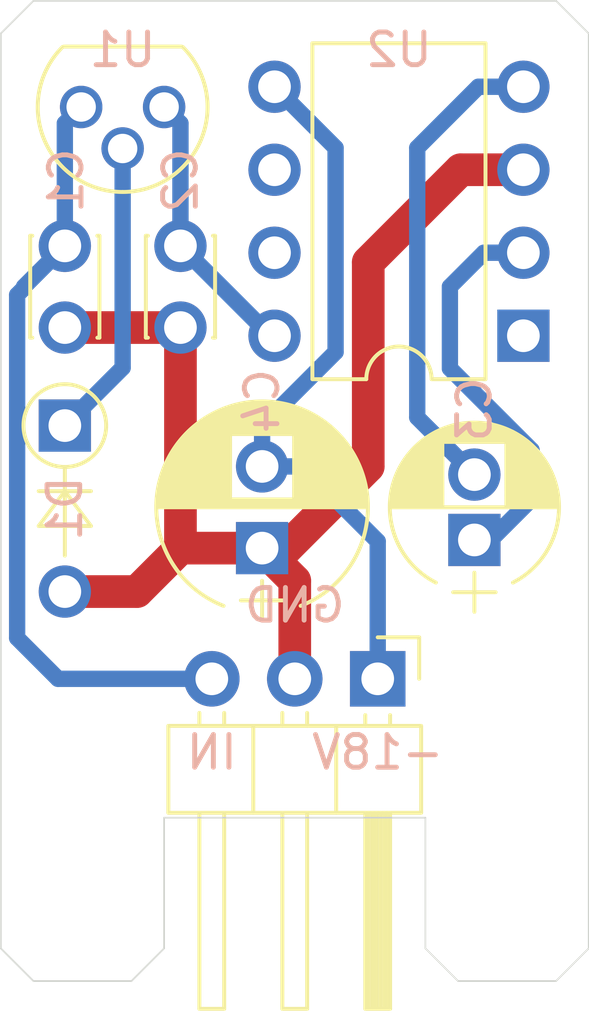
<source format=kicad_pcb>
(kicad_pcb (version 20171130) (host pcbnew "(5.1.7)-1")

  (general
    (thickness 1.6)
    (drawings 17)
    (tracks 44)
    (zones 0)
    (modules 8)
    (nets 11)
  )

  (page A4)
  (layers
    (0 F.Cu signal)
    (31 B.Cu signal)
    (32 B.Adhes user)
    (33 F.Adhes user)
    (34 B.Paste user)
    (35 F.Paste user)
    (36 B.SilkS user)
    (37 F.SilkS user)
    (38 B.Mask user)
    (39 F.Mask user)
    (40 Dwgs.User user)
    (41 Cmts.User user)
    (42 Eco1.User user)
    (43 Eco2.User user)
    (44 Edge.Cuts user)
    (45 Margin user)
    (46 B.CrtYd user)
    (47 F.CrtYd user)
    (48 B.Fab user hide)
    (49 F.Fab user hide)
  )

  (setup
    (last_trace_width 0.25)
    (user_trace_width 0.5)
    (user_trace_width 1)
    (trace_clearance 0.2)
    (zone_clearance 0.508)
    (zone_45_only no)
    (trace_min 0.2)
    (via_size 0.8)
    (via_drill 0.4)
    (via_min_size 0.4)
    (via_min_drill 0.3)
    (uvia_size 0.3)
    (uvia_drill 0.1)
    (uvias_allowed no)
    (uvia_min_size 0.2)
    (uvia_min_drill 0.1)
    (edge_width 0.05)
    (segment_width 0.2)
    (pcb_text_width 0.3)
    (pcb_text_size 1.5 1.5)
    (mod_edge_width 0.12)
    (mod_text_size 1 1)
    (mod_text_width 0.15)
    (pad_size 1.6 1.6)
    (pad_drill 1)
    (pad_to_mask_clearance 0)
    (aux_axis_origin 0 0)
    (visible_elements 7FFFFFFF)
    (pcbplotparams
      (layerselection 0x010fc_ffffffff)
      (usegerberextensions true)
      (usegerberattributes false)
      (usegerberadvancedattributes false)
      (creategerberjobfile false)
      (excludeedgelayer true)
      (linewidth 0.100000)
      (plotframeref false)
      (viasonmask false)
      (mode 1)
      (useauxorigin false)
      (hpglpennumber 1)
      (hpglpenspeed 20)
      (hpglpendiameter 15.000000)
      (psnegative false)
      (psa4output false)
      (plotreference true)
      (plotvalue false)
      (plotinvisibletext false)
      (padsonsilk false)
      (subtractmaskfromsilk true)
      (outputformat 1)
      (mirror false)
      (drillshape 0)
      (scaleselection 1)
      (outputdirectory "gerber"))
  )

  (net 0 "")
  (net 1 GND)
  (net 2 -18V)
  (net 3 +19V)
  (net 4 +35V)
  (net 5 "Net-(D1-Pad1)")
  (net 6 "Net-(C3-Pad1)")
  (net 7 "Net-(C3-Pad2)")
  (net 8 "Net-(U2-Pad1)")
  (net 9 "Net-(U2-Pad6)")
  (net 10 "Net-(U2-Pad7)")

  (net_class Default "This is the default net class."
    (clearance 0.2)
    (trace_width 0.25)
    (via_dia 0.8)
    (via_drill 0.4)
    (uvia_dia 0.3)
    (uvia_drill 0.1)
    (add_net +19V)
    (add_net +35V)
    (add_net -18V)
    (add_net GND)
    (add_net "Net-(C3-Pad1)")
    (add_net "Net-(C3-Pad2)")
    (add_net "Net-(D1-Pad1)")
    (add_net "Net-(U2-Pad1)")
    (add_net "Net-(U2-Pad6)")
    (add_net "Net-(U2-Pad7)")
  )

  (module Diodes_THT:D_DO-35_SOD27_P5.08mm_Vertical_AnodeUp (layer F.Cu) (tedit 618EC2C6) (tstamp 618EE0DE)
    (at 16.96 18 270)
    (descr "D, DO-35_SOD27 series, Axial, Vertical, pin pitch=5.08mm, , length*diameter=4*2mm^2, , http://www.diodes.com/_files/packages/DO-35.pdf")
    (tags "D DO-35_SOD27 series Axial Vertical pin pitch 5.08mm  length 4mm diameter 2mm")
    (path /618E9C93)
    (fp_text reference D1 (at 2.54 0 90) (layer B.SilkS)
      (effects (font (size 1 1) (thickness 0.15)) (justify mirror))
    )
    (fp_text value 4.3V (at 2.54 2.266371 90) (layer F.Fab)
      (effects (font (size 1 1) (thickness 0.15)))
    )
    (fp_line (start 0 0) (end 5.08 0) (layer F.Fab) (width 0.1))
    (fp_line (start 1.266371 0) (end 3.98 0) (layer F.SilkS) (width 0.12))
    (fp_line (start 2.006667 -0.8) (end 2.006667 0.8) (layer F.SilkS) (width 0.12))
    (fp_line (start 2.006667 0) (end 3.073333 -0.8) (layer F.SilkS) (width 0.12))
    (fp_line (start 3.073333 -0.8) (end 3.073333 0.8) (layer F.SilkS) (width 0.12))
    (fp_line (start 3.073333 0.8) (end 2.006667 0) (layer F.SilkS) (width 0.12))
    (fp_line (start -1.35 -1.55) (end -1.35 1.55) (layer F.CrtYd) (width 0.05))
    (fp_line (start -1.35 1.55) (end 6.2 1.55) (layer F.CrtYd) (width 0.05))
    (fp_line (start 6.2 1.55) (end 6.2 -1.55) (layer F.CrtYd) (width 0.05))
    (fp_line (start 6.2 -1.55) (end -1.35 -1.55) (layer F.CrtYd) (width 0.05))
    (fp_circle (center 0 0) (end 1 0) (layer F.Fab) (width 0.1))
    (fp_circle (center 0 0) (end 1.266371 0) (layer F.SilkS) (width 0.12))
    (fp_text user K (at -1.966371 0 90) (layer F.Fab)
      (effects (font (size 1 1) (thickness 0.15)))
    )
    (fp_text user %R (at 2.54 0 90) (layer F.Fab)
      (effects (font (size 1 1) (thickness 0.15)))
    )
    (pad 1 thru_hole rect (at 0 0 270) (size 1.6 1.6) (drill 1) (layers *.Cu *.Mask)
      (net 5 "Net-(D1-Pad1)"))
    (pad 2 thru_hole oval (at 5.08 0 270) (size 1.6 1.6) (drill 1) (layers *.Cu *.Mask)
      (net 1 GND))
    (model ${KISYS3DMOD}/Diodes_THT.3dshapes/D_DO-35_SOD27_P5.08mm_Vertical_AnodeUp.wrl
      (at (xyz 0 0 0))
      (scale (xyz 0.393701 0.393701 0.393701))
      (rotate (xyz 0 0 0))
    )
  )

  (module Capacitors_THT:C_Disc_D3.0mm_W2.0mm_P2.50mm (layer F.Cu) (tedit 618EC26D) (tstamp 618EE0DB)
    (at 20.5 12.5 270)
    (descr "C, Disc series, Radial, pin pitch=2.50mm, , diameter*width=3*2mm^2, Capacitor")
    (tags "C Disc series Radial pin pitch 2.50mm  diameter 3mm width 2mm Capacitor")
    (path /618FFC1F)
    (fp_text reference C2 (at -2 0 90) (layer B.SilkS)
      (effects (font (size 1 1) (thickness 0.15)) (justify mirror))
    )
    (fp_text value 100nF (at 1.25 2.31 90) (layer F.Fab)
      (effects (font (size 1 1) (thickness 0.15)))
    )
    (fp_line (start -0.25 -1) (end -0.25 1) (layer F.Fab) (width 0.1))
    (fp_line (start -0.25 1) (end 2.75 1) (layer F.Fab) (width 0.1))
    (fp_line (start 2.75 1) (end 2.75 -1) (layer F.Fab) (width 0.1))
    (fp_line (start 2.75 -1) (end -0.25 -1) (layer F.Fab) (width 0.1))
    (fp_line (start -0.31 -1.06) (end 2.81 -1.06) (layer F.SilkS) (width 0.12))
    (fp_line (start -0.31 1.06) (end 2.81 1.06) (layer F.SilkS) (width 0.12))
    (fp_line (start -0.31 -1.06) (end -0.31 -0.996) (layer F.SilkS) (width 0.12))
    (fp_line (start -0.31 0.996) (end -0.31 1.06) (layer F.SilkS) (width 0.12))
    (fp_line (start 2.81 -1.06) (end 2.81 -0.996) (layer F.SilkS) (width 0.12))
    (fp_line (start 2.81 0.996) (end 2.81 1.06) (layer F.SilkS) (width 0.12))
    (fp_line (start -1.05 -1.35) (end -1.05 1.35) (layer F.CrtYd) (width 0.05))
    (fp_line (start -1.05 1.35) (end 3.55 1.35) (layer F.CrtYd) (width 0.05))
    (fp_line (start 3.55 1.35) (end 3.55 -1.35) (layer F.CrtYd) (width 0.05))
    (fp_line (start 3.55 -1.35) (end -1.05 -1.35) (layer F.CrtYd) (width 0.05))
    (fp_text user %R (at 1.25 0 90) (layer F.Fab)
      (effects (font (size 1 1) (thickness 0.15)))
    )
    (pad 1 thru_hole circle (at 0 0 270) (size 1.6 1.6) (drill 1) (layers *.Cu *.Mask)
      (net 3 +19V))
    (pad 2 thru_hole circle (at 2.5 0 270) (size 1.6 1.6) (drill 1) (layers *.Cu *.Mask)
      (net 1 GND))
    (model ${KISYS3DMOD}/Capacitors_THT.3dshapes/C_Disc_D3.0mm_W2.0mm_P2.50mm.wrl
      (at (xyz 0 0 0))
      (scale (xyz 1 1 1))
      (rotate (xyz 0 0 0))
    )
  )

  (module Capacitors_THT:C_Disc_D3.0mm_W2.0mm_P2.50mm (layer F.Cu) (tedit 618EC275) (tstamp 618EE0D8)
    (at 16.96 12.5 270)
    (descr "C, Disc series, Radial, pin pitch=2.50mm, , diameter*width=3*2mm^2, Capacitor")
    (tags "C Disc series Radial pin pitch 2.50mm  diameter 3mm width 2mm Capacitor")
    (path /618FEB32)
    (fp_text reference C1 (at -2 -0.04 90) (layer B.SilkS)
      (effects (font (size 1 1) (thickness 0.15)) (justify mirror))
    )
    (fp_text value 330nF (at 1.25 2.31 90) (layer F.Fab)
      (effects (font (size 1 1) (thickness 0.15)))
    )
    (fp_line (start -0.25 -1) (end -0.25 1) (layer F.Fab) (width 0.1))
    (fp_line (start -0.25 1) (end 2.75 1) (layer F.Fab) (width 0.1))
    (fp_line (start 2.75 1) (end 2.75 -1) (layer F.Fab) (width 0.1))
    (fp_line (start 2.75 -1) (end -0.25 -1) (layer F.Fab) (width 0.1))
    (fp_line (start -0.31 -1.06) (end 2.81 -1.06) (layer F.SilkS) (width 0.12))
    (fp_line (start -0.31 1.06) (end 2.81 1.06) (layer F.SilkS) (width 0.12))
    (fp_line (start -0.31 -1.06) (end -0.31 -0.996) (layer F.SilkS) (width 0.12))
    (fp_line (start -0.31 0.996) (end -0.31 1.06) (layer F.SilkS) (width 0.12))
    (fp_line (start 2.81 -1.06) (end 2.81 -0.996) (layer F.SilkS) (width 0.12))
    (fp_line (start 2.81 0.996) (end 2.81 1.06) (layer F.SilkS) (width 0.12))
    (fp_line (start -1.05 -1.35) (end -1.05 1.35) (layer F.CrtYd) (width 0.05))
    (fp_line (start -1.05 1.35) (end 3.55 1.35) (layer F.CrtYd) (width 0.05))
    (fp_line (start 3.55 1.35) (end 3.55 -1.35) (layer F.CrtYd) (width 0.05))
    (fp_line (start 3.55 -1.35) (end -1.05 -1.35) (layer F.CrtYd) (width 0.05))
    (fp_text user %R (at 1.25 0 90) (layer F.Fab)
      (effects (font (size 1 1) (thickness 0.15)))
    )
    (pad 1 thru_hole circle (at 0 0 270) (size 1.6 1.6) (drill 1) (layers *.Cu *.Mask)
      (net 4 +35V))
    (pad 2 thru_hole circle (at 2.5 0 270) (size 1.6 1.6) (drill 1) (layers *.Cu *.Mask)
      (net 1 GND))
    (model ${KISYS3DMOD}/Capacitors_THT.3dshapes/C_Disc_D3.0mm_W2.0mm_P2.50mm.wrl
      (at (xyz 0 0 0))
      (scale (xyz 1 1 1))
      (rotate (xyz 0 0 0))
    )
  )

  (module TO_SOT_Packages_THT:TO-92_Molded_Narrow_Oval (layer F.Cu) (tedit 618EABC4) (tstamp 618EDA33)
    (at 20 8.25 180)
    (descr "TO-92 leads molded, narrow, oval pads, drill 0.8mm (see NXP sot054_po.pdf)")
    (tags "to-92 sc-43 sc-43a sot54 PA33 transistor")
    (path /618F1C95)
    (fp_text reference U1 (at 1.27 1.75) (layer B.SilkS)
      (effects (font (size 1 1) (thickness 0.15)) (justify mirror))
    )
    (fp_text value MC78L12_TO92 (at 0 3 180) (layer F.Fab)
      (effects (font (size 1 1) (thickness 0.15)))
    )
    (fp_line (start -0.53 1.85) (end 3.07 1.85) (layer F.SilkS) (width 0.12))
    (fp_line (start -0.5 1.75) (end 3 1.75) (layer F.Fab) (width 0.1))
    (fp_line (start -1.46 -2.73) (end 4 -2.73) (layer F.CrtYd) (width 0.05))
    (fp_line (start -1.46 -2.73) (end -1.46 2.01) (layer F.CrtYd) (width 0.05))
    (fp_line (start 4 2.01) (end 4 -2.73) (layer F.CrtYd) (width 0.05))
    (fp_line (start 4 2.01) (end -1.46 2.01) (layer F.CrtYd) (width 0.05))
    (fp_text user %R (at 0 -4) (layer F.Fab)
      (effects (font (size 1 1) (thickness 0.15)))
    )
    (fp_arc (start 1.27 0) (end 1.27 -2.48) (angle 135) (layer F.Fab) (width 0.1))
    (fp_arc (start 1.27 0) (end 1.27 -2.6) (angle -135) (layer F.SilkS) (width 0.12))
    (fp_arc (start 1.27 0) (end 1.27 -2.48) (angle -135) (layer F.Fab) (width 0.1))
    (fp_arc (start 1.27 0) (end 1.27 -2.6) (angle 135) (layer F.SilkS) (width 0.12))
    (pad 2 thru_hole oval (at 1.27 -1.27 270) (size 1.3 1.3) (drill 0.9) (layers *.Cu *.Mask)
      (net 5 "Net-(D1-Pad1)"))
    (pad 1 thru_hole circle (at 0 0 225) (size 1.3 1.3) (drill 0.9) (layers *.Cu *.Mask)
      (net 3 +19V))
    (pad 3 thru_hole oval (at 2.54 0 225) (size 1.3 1.3) (drill 0.9) (layers *.Cu *.Mask)
      (net 4 +35V))
    (model ${KISYS3DMOD}/TO_SOT_Packages_THT.3dshapes/TO-92_Molded_Narrow_Oval.wrl
      (offset (xyz 1.269999980926514 0 0))
      (scale (xyz 1 1 1))
      (rotate (xyz 0 0 -90))
    )
  )

  (module Capacitors_THT:CP_Radial_D6.3mm_P2.50mm (layer F.Cu) (tedit 618EC2D8) (tstamp 618DAD14)
    (at 23 21.75 90)
    (descr "CP, Radial series, Radial, pin pitch=2.50mm, , diameter=6.3mm, Electrolytic Capacitor")
    (tags "CP Radial series Radial pin pitch 2.50mm  diameter 6.3mm Electrolytic Capacitor")
    (path /618F63F8)
    (fp_text reference C4 (at 4.5 0 90) (layer B.SilkS)
      (effects (font (size 1 1) (thickness 0.15)) (justify mirror))
    )
    (fp_text value 100µF (at 1.25 4.46 90) (layer F.Fab)
      (effects (font (size 1 1) (thickness 0.15)))
    )
    (fp_line (start 4.75 -3.5) (end -2.25 -3.5) (layer F.CrtYd) (width 0.05))
    (fp_line (start 4.75 3.5) (end 4.75 -3.5) (layer F.CrtYd) (width 0.05))
    (fp_line (start -2.25 3.5) (end 4.75 3.5) (layer F.CrtYd) (width 0.05))
    (fp_line (start -2.25 -3.5) (end -2.25 3.5) (layer F.CrtYd) (width 0.05))
    (fp_line (start -1.6 -0.65) (end -1.6 0.65) (layer F.SilkS) (width 0.12))
    (fp_line (start -2.2 0) (end -1 0) (layer F.SilkS) (width 0.12))
    (fp_line (start 4.451 -0.468) (end 4.451 0.468) (layer F.SilkS) (width 0.12))
    (fp_line (start 4.411 -0.676) (end 4.411 0.676) (layer F.SilkS) (width 0.12))
    (fp_line (start 4.371 -0.834) (end 4.371 0.834) (layer F.SilkS) (width 0.12))
    (fp_line (start 4.331 -0.966) (end 4.331 0.966) (layer F.SilkS) (width 0.12))
    (fp_line (start 4.291 -1.081) (end 4.291 1.081) (layer F.SilkS) (width 0.12))
    (fp_line (start 4.251 -1.184) (end 4.251 1.184) (layer F.SilkS) (width 0.12))
    (fp_line (start 4.211 -1.278) (end 4.211 1.278) (layer F.SilkS) (width 0.12))
    (fp_line (start 4.171 -1.364) (end 4.171 1.364) (layer F.SilkS) (width 0.12))
    (fp_line (start 4.131 -1.445) (end 4.131 1.445) (layer F.SilkS) (width 0.12))
    (fp_line (start 4.091 -1.52) (end 4.091 1.52) (layer F.SilkS) (width 0.12))
    (fp_line (start 4.051 -1.591) (end 4.051 1.591) (layer F.SilkS) (width 0.12))
    (fp_line (start 4.011 -1.658) (end 4.011 1.658) (layer F.SilkS) (width 0.12))
    (fp_line (start 3.971 -1.721) (end 3.971 1.721) (layer F.SilkS) (width 0.12))
    (fp_line (start 3.931 -1.781) (end 3.931 1.781) (layer F.SilkS) (width 0.12))
    (fp_line (start 3.891 -1.839) (end 3.891 1.839) (layer F.SilkS) (width 0.12))
    (fp_line (start 3.851 -1.894) (end 3.851 1.894) (layer F.SilkS) (width 0.12))
    (fp_line (start 3.811 -1.946) (end 3.811 1.946) (layer F.SilkS) (width 0.12))
    (fp_line (start 3.771 -1.997) (end 3.771 1.997) (layer F.SilkS) (width 0.12))
    (fp_line (start 3.731 -2.045) (end 3.731 2.045) (layer F.SilkS) (width 0.12))
    (fp_line (start 3.691 -2.092) (end 3.691 2.092) (layer F.SilkS) (width 0.12))
    (fp_line (start 3.651 -2.137) (end 3.651 2.137) (layer F.SilkS) (width 0.12))
    (fp_line (start 3.611 -2.18) (end 3.611 2.18) (layer F.SilkS) (width 0.12))
    (fp_line (start 3.571 -2.222) (end 3.571 2.222) (layer F.SilkS) (width 0.12))
    (fp_line (start 3.531 -2.262) (end 3.531 2.262) (layer F.SilkS) (width 0.12))
    (fp_line (start 3.491 -2.301) (end 3.491 2.301) (layer F.SilkS) (width 0.12))
    (fp_line (start 3.451 0.98) (end 3.451 2.339) (layer F.SilkS) (width 0.12))
    (fp_line (start 3.451 -2.339) (end 3.451 -0.98) (layer F.SilkS) (width 0.12))
    (fp_line (start 3.411 0.98) (end 3.411 2.375) (layer F.SilkS) (width 0.12))
    (fp_line (start 3.411 -2.375) (end 3.411 -0.98) (layer F.SilkS) (width 0.12))
    (fp_line (start 3.371 0.98) (end 3.371 2.411) (layer F.SilkS) (width 0.12))
    (fp_line (start 3.371 -2.411) (end 3.371 -0.98) (layer F.SilkS) (width 0.12))
    (fp_line (start 3.331 0.98) (end 3.331 2.445) (layer F.SilkS) (width 0.12))
    (fp_line (start 3.331 -2.445) (end 3.331 -0.98) (layer F.SilkS) (width 0.12))
    (fp_line (start 3.291 0.98) (end 3.291 2.478) (layer F.SilkS) (width 0.12))
    (fp_line (start 3.291 -2.478) (end 3.291 -0.98) (layer F.SilkS) (width 0.12))
    (fp_line (start 3.251 0.98) (end 3.251 2.51) (layer F.SilkS) (width 0.12))
    (fp_line (start 3.251 -2.51) (end 3.251 -0.98) (layer F.SilkS) (width 0.12))
    (fp_line (start 3.211 0.98) (end 3.211 2.54) (layer F.SilkS) (width 0.12))
    (fp_line (start 3.211 -2.54) (end 3.211 -0.98) (layer F.SilkS) (width 0.12))
    (fp_line (start 3.171 0.98) (end 3.171 2.57) (layer F.SilkS) (width 0.12))
    (fp_line (start 3.171 -2.57) (end 3.171 -0.98) (layer F.SilkS) (width 0.12))
    (fp_line (start 3.131 0.98) (end 3.131 2.599) (layer F.SilkS) (width 0.12))
    (fp_line (start 3.131 -2.599) (end 3.131 -0.98) (layer F.SilkS) (width 0.12))
    (fp_line (start 3.091 0.98) (end 3.091 2.627) (layer F.SilkS) (width 0.12))
    (fp_line (start 3.091 -2.627) (end 3.091 -0.98) (layer F.SilkS) (width 0.12))
    (fp_line (start 3.051 0.98) (end 3.051 2.654) (layer F.SilkS) (width 0.12))
    (fp_line (start 3.051 -2.654) (end 3.051 -0.98) (layer F.SilkS) (width 0.12))
    (fp_line (start 3.011 0.98) (end 3.011 2.681) (layer F.SilkS) (width 0.12))
    (fp_line (start 3.011 -2.681) (end 3.011 -0.98) (layer F.SilkS) (width 0.12))
    (fp_line (start 2.971 0.98) (end 2.971 2.706) (layer F.SilkS) (width 0.12))
    (fp_line (start 2.971 -2.706) (end 2.971 -0.98) (layer F.SilkS) (width 0.12))
    (fp_line (start 2.931 0.98) (end 2.931 2.731) (layer F.SilkS) (width 0.12))
    (fp_line (start 2.931 -2.731) (end 2.931 -0.98) (layer F.SilkS) (width 0.12))
    (fp_line (start 2.891 0.98) (end 2.891 2.755) (layer F.SilkS) (width 0.12))
    (fp_line (start 2.891 -2.755) (end 2.891 -0.98) (layer F.SilkS) (width 0.12))
    (fp_line (start 2.851 0.98) (end 2.851 2.778) (layer F.SilkS) (width 0.12))
    (fp_line (start 2.851 -2.778) (end 2.851 -0.98) (layer F.SilkS) (width 0.12))
    (fp_line (start 2.811 0.98) (end 2.811 2.8) (layer F.SilkS) (width 0.12))
    (fp_line (start 2.811 -2.8) (end 2.811 -0.98) (layer F.SilkS) (width 0.12))
    (fp_line (start 2.771 0.98) (end 2.771 2.822) (layer F.SilkS) (width 0.12))
    (fp_line (start 2.771 -2.822) (end 2.771 -0.98) (layer F.SilkS) (width 0.12))
    (fp_line (start 2.731 0.98) (end 2.731 2.843) (layer F.SilkS) (width 0.12))
    (fp_line (start 2.731 -2.843) (end 2.731 -0.98) (layer F.SilkS) (width 0.12))
    (fp_line (start 2.691 0.98) (end 2.691 2.863) (layer F.SilkS) (width 0.12))
    (fp_line (start 2.691 -2.863) (end 2.691 -0.98) (layer F.SilkS) (width 0.12))
    (fp_line (start 2.651 0.98) (end 2.651 2.882) (layer F.SilkS) (width 0.12))
    (fp_line (start 2.651 -2.882) (end 2.651 -0.98) (layer F.SilkS) (width 0.12))
    (fp_line (start 2.611 0.98) (end 2.611 2.901) (layer F.SilkS) (width 0.12))
    (fp_line (start 2.611 -2.901) (end 2.611 -0.98) (layer F.SilkS) (width 0.12))
    (fp_line (start 2.571 0.98) (end 2.571 2.919) (layer F.SilkS) (width 0.12))
    (fp_line (start 2.571 -2.919) (end 2.571 -0.98) (layer F.SilkS) (width 0.12))
    (fp_line (start 2.531 0.98) (end 2.531 2.937) (layer F.SilkS) (width 0.12))
    (fp_line (start 2.531 -2.937) (end 2.531 -0.98) (layer F.SilkS) (width 0.12))
    (fp_line (start 2.491 0.98) (end 2.491 2.954) (layer F.SilkS) (width 0.12))
    (fp_line (start 2.491 -2.954) (end 2.491 -0.98) (layer F.SilkS) (width 0.12))
    (fp_line (start 2.451 0.98) (end 2.451 2.97) (layer F.SilkS) (width 0.12))
    (fp_line (start 2.451 -2.97) (end 2.451 -0.98) (layer F.SilkS) (width 0.12))
    (fp_line (start 2.411 0.98) (end 2.411 2.986) (layer F.SilkS) (width 0.12))
    (fp_line (start 2.411 -2.986) (end 2.411 -0.98) (layer F.SilkS) (width 0.12))
    (fp_line (start 2.371 0.98) (end 2.371 3.001) (layer F.SilkS) (width 0.12))
    (fp_line (start 2.371 -3.001) (end 2.371 -0.98) (layer F.SilkS) (width 0.12))
    (fp_line (start 2.331 0.98) (end 2.331 3.015) (layer F.SilkS) (width 0.12))
    (fp_line (start 2.331 -3.015) (end 2.331 -0.98) (layer F.SilkS) (width 0.12))
    (fp_line (start 2.291 0.98) (end 2.291 3.029) (layer F.SilkS) (width 0.12))
    (fp_line (start 2.291 -3.029) (end 2.291 -0.98) (layer F.SilkS) (width 0.12))
    (fp_line (start 2.251 0.98) (end 2.251 3.042) (layer F.SilkS) (width 0.12))
    (fp_line (start 2.251 -3.042) (end 2.251 -0.98) (layer F.SilkS) (width 0.12))
    (fp_line (start 2.211 0.98) (end 2.211 3.055) (layer F.SilkS) (width 0.12))
    (fp_line (start 2.211 -3.055) (end 2.211 -0.98) (layer F.SilkS) (width 0.12))
    (fp_line (start 2.171 0.98) (end 2.171 3.067) (layer F.SilkS) (width 0.12))
    (fp_line (start 2.171 -3.067) (end 2.171 -0.98) (layer F.SilkS) (width 0.12))
    (fp_line (start 2.131 0.98) (end 2.131 3.079) (layer F.SilkS) (width 0.12))
    (fp_line (start 2.131 -3.079) (end 2.131 -0.98) (layer F.SilkS) (width 0.12))
    (fp_line (start 2.091 0.98) (end 2.091 3.09) (layer F.SilkS) (width 0.12))
    (fp_line (start 2.091 -3.09) (end 2.091 -0.98) (layer F.SilkS) (width 0.12))
    (fp_line (start 2.051 0.98) (end 2.051 3.1) (layer F.SilkS) (width 0.12))
    (fp_line (start 2.051 -3.1) (end 2.051 -0.98) (layer F.SilkS) (width 0.12))
    (fp_line (start 2.011 0.98) (end 2.011 3.11) (layer F.SilkS) (width 0.12))
    (fp_line (start 2.011 -3.11) (end 2.011 -0.98) (layer F.SilkS) (width 0.12))
    (fp_line (start 1.971 0.98) (end 1.971 3.119) (layer F.SilkS) (width 0.12))
    (fp_line (start 1.971 -3.119) (end 1.971 -0.98) (layer F.SilkS) (width 0.12))
    (fp_line (start 1.93 0.98) (end 1.93 3.128) (layer F.SilkS) (width 0.12))
    (fp_line (start 1.93 -3.128) (end 1.93 -0.98) (layer F.SilkS) (width 0.12))
    (fp_line (start 1.89 0.98) (end 1.89 3.137) (layer F.SilkS) (width 0.12))
    (fp_line (start 1.89 -3.137) (end 1.89 -0.98) (layer F.SilkS) (width 0.12))
    (fp_line (start 1.85 0.98) (end 1.85 3.144) (layer F.SilkS) (width 0.12))
    (fp_line (start 1.85 -3.144) (end 1.85 -0.98) (layer F.SilkS) (width 0.12))
    (fp_line (start 1.81 0.98) (end 1.81 3.152) (layer F.SilkS) (width 0.12))
    (fp_line (start 1.81 -3.152) (end 1.81 -0.98) (layer F.SilkS) (width 0.12))
    (fp_line (start 1.77 0.98) (end 1.77 3.158) (layer F.SilkS) (width 0.12))
    (fp_line (start 1.77 -3.158) (end 1.77 -0.98) (layer F.SilkS) (width 0.12))
    (fp_line (start 1.73 0.98) (end 1.73 3.165) (layer F.SilkS) (width 0.12))
    (fp_line (start 1.73 -3.165) (end 1.73 -0.98) (layer F.SilkS) (width 0.12))
    (fp_line (start 1.69 0.98) (end 1.69 3.17) (layer F.SilkS) (width 0.12))
    (fp_line (start 1.69 -3.17) (end 1.69 -0.98) (layer F.SilkS) (width 0.12))
    (fp_line (start 1.65 0.98) (end 1.65 3.176) (layer F.SilkS) (width 0.12))
    (fp_line (start 1.65 -3.176) (end 1.65 -0.98) (layer F.SilkS) (width 0.12))
    (fp_line (start 1.61 0.98) (end 1.61 3.18) (layer F.SilkS) (width 0.12))
    (fp_line (start 1.61 -3.18) (end 1.61 -0.98) (layer F.SilkS) (width 0.12))
    (fp_line (start 1.57 0.98) (end 1.57 3.185) (layer F.SilkS) (width 0.12))
    (fp_line (start 1.57 -3.185) (end 1.57 -0.98) (layer F.SilkS) (width 0.12))
    (fp_line (start 1.53 0.98) (end 1.53 3.188) (layer F.SilkS) (width 0.12))
    (fp_line (start 1.53 -3.188) (end 1.53 -0.98) (layer F.SilkS) (width 0.12))
    (fp_line (start 1.49 -3.192) (end 1.49 3.192) (layer F.SilkS) (width 0.12))
    (fp_line (start 1.45 -3.194) (end 1.45 3.194) (layer F.SilkS) (width 0.12))
    (fp_line (start 1.41 -3.197) (end 1.41 3.197) (layer F.SilkS) (width 0.12))
    (fp_line (start 1.37 -3.198) (end 1.37 3.198) (layer F.SilkS) (width 0.12))
    (fp_line (start 1.33 -3.2) (end 1.33 3.2) (layer F.SilkS) (width 0.12))
    (fp_line (start 1.29 -3.2) (end 1.29 3.2) (layer F.SilkS) (width 0.12))
    (fp_line (start 1.25 -3.2) (end 1.25 3.2) (layer F.SilkS) (width 0.12))
    (fp_line (start -1.6 -0.65) (end -1.6 0.65) (layer F.Fab) (width 0.1))
    (fp_line (start -2.2 0) (end -1 0) (layer F.Fab) (width 0.1))
    (fp_circle (center 1.25 0) (end 4.4 0) (layer F.Fab) (width 0.1))
    (fp_arc (start 1.25 0) (end -1.767482 -1.18) (angle 137.3) (layer F.SilkS) (width 0.12))
    (fp_arc (start 1.25 0) (end -1.767482 1.18) (angle -137.3) (layer F.SilkS) (width 0.12))
    (fp_arc (start 1.25 0) (end 4.267482 -1.18) (angle 42.7) (layer F.SilkS) (width 0.12))
    (fp_text user %R (at 1.25 0 90) (layer F.Fab)
      (effects (font (size 1 1) (thickness 0.15)))
    )
    (pad 1 thru_hole rect (at 0 0 90) (size 1.6 1.6) (drill 1) (layers *.Cu *.Mask)
      (net 1 GND))
    (pad 2 thru_hole circle (at 2.5 0 90) (size 1.6 1.6) (drill 1) (layers *.Cu *.Mask)
      (net 2 -18V))
    (model ${KISYS3DMOD}/Capacitors_THT.3dshapes/CP_Radial_D6.3mm_P2.50mm.wrl
      (at (xyz 0 0 0))
      (scale (xyz 1 1 1))
      (rotate (xyz 0 0 0))
    )
  )

  (module Housings_DIP:DIP-8_W7.62mm (layer F.Cu) (tedit 618EC2B6) (tstamp 618D937C)
    (at 31 15.25 180)
    (descr "8-lead though-hole mounted DIP package, row spacing 7.62 mm (300 mils)")
    (tags "THT DIP DIL PDIP 2.54mm 7.62mm 300mil")
    (path /618DA0A9)
    (fp_text reference U2 (at 3.81 8.75) (layer B.SilkS)
      (effects (font (size 1 1) (thickness 0.15)) (justify mirror))
    )
    (fp_text value TC7662AxPA (at 3.81 9.95) (layer F.Fab)
      (effects (font (size 1 1) (thickness 0.15)))
    )
    (fp_line (start 8.7 -1.55) (end -1.1 -1.55) (layer F.CrtYd) (width 0.05))
    (fp_line (start 8.7 9.15) (end 8.7 -1.55) (layer F.CrtYd) (width 0.05))
    (fp_line (start -1.1 9.15) (end 8.7 9.15) (layer F.CrtYd) (width 0.05))
    (fp_line (start -1.1 -1.55) (end -1.1 9.15) (layer F.CrtYd) (width 0.05))
    (fp_line (start 6.46 -1.33) (end 4.81 -1.33) (layer F.SilkS) (width 0.12))
    (fp_line (start 6.46 8.95) (end 6.46 -1.33) (layer F.SilkS) (width 0.12))
    (fp_line (start 1.16 8.95) (end 6.46 8.95) (layer F.SilkS) (width 0.12))
    (fp_line (start 1.16 -1.33) (end 1.16 8.95) (layer F.SilkS) (width 0.12))
    (fp_line (start 2.81 -1.33) (end 1.16 -1.33) (layer F.SilkS) (width 0.12))
    (fp_line (start 0.635 -0.27) (end 1.635 -1.27) (layer F.Fab) (width 0.1))
    (fp_line (start 0.635 8.89) (end 0.635 -0.27) (layer F.Fab) (width 0.1))
    (fp_line (start 6.985 8.89) (end 0.635 8.89) (layer F.Fab) (width 0.1))
    (fp_line (start 6.985 -1.27) (end 6.985 8.89) (layer F.Fab) (width 0.1))
    (fp_line (start 1.635 -1.27) (end 6.985 -1.27) (layer F.Fab) (width 0.1))
    (fp_arc (start 3.81 -1.33) (end 2.81 -1.33) (angle -180) (layer F.SilkS) (width 0.12))
    (fp_text user %R (at 3.81 3.81) (layer F.Fab)
      (effects (font (size 1 1) (thickness 0.15)))
    )
    (pad 1 thru_hole rect (at 0 0 180) (size 1.6 1.6) (drill 1) (layers *.Cu *.Mask)
      (net 8 "Net-(U2-Pad1)"))
    (pad 5 thru_hole oval (at 7.62 7.62 180) (size 1.6 1.6) (drill 1) (layers *.Cu *.Mask)
      (net 2 -18V))
    (pad 2 thru_hole oval (at 0 2.54 180) (size 1.6 1.6) (drill 1) (layers *.Cu *.Mask)
      (net 6 "Net-(C3-Pad1)"))
    (pad 6 thru_hole oval (at 7.62 5.08 180) (size 1.6 1.6) (drill 1) (layers *.Cu *.Mask)
      (net 9 "Net-(U2-Pad6)"))
    (pad 3 thru_hole oval (at 0 5.08 180) (size 1.6 1.6) (drill 1) (layers *.Cu *.Mask)
      (net 1 GND))
    (pad 7 thru_hole oval (at 7.62 2.54 180) (size 1.6 1.6) (drill 1) (layers *.Cu *.Mask)
      (net 10 "Net-(U2-Pad7)"))
    (pad 4 thru_hole oval (at 0 7.62 180) (size 1.6 1.6) (drill 1) (layers *.Cu *.Mask)
      (net 7 "Net-(C3-Pad2)"))
    (pad 8 thru_hole oval (at 7.62 0 180) (size 1.6 1.6) (drill 1) (layers *.Cu *.Mask)
      (net 3 +19V))
    (model ${KISYS3DMOD}/Housings_DIP.3dshapes/DIP-8_W7.62mm.wrl
      (at (xyz 0 0 0))
      (scale (xyz 1 1 1))
      (rotate (xyz 0 0 0))
    )
  )

  (module Capacitors_THT:CP_Radial_D5.0mm_P2.00mm (layer F.Cu) (tedit 618EC2CF) (tstamp 618D92F2)
    (at 29.5 21.5 90)
    (descr "CP, Radial series, Radial, pin pitch=2.00mm, , diameter=5mm, Electrolytic Capacitor")
    (tags "CP Radial series Radial pin pitch 2.00mm  diameter 5mm Electrolytic Capacitor")
    (path /618E050C)
    (fp_text reference C3 (at 4 0 90) (layer B.SilkS)
      (effects (font (size 1 1) (thickness 0.15)) (justify mirror))
    )
    (fp_text value 22µF (at 1 3.81 90) (layer F.Fab)
      (effects (font (size 1 1) (thickness 0.15)))
    )
    (fp_line (start 3.85 -2.85) (end -1.85 -2.85) (layer F.CrtYd) (width 0.05))
    (fp_line (start 3.85 2.85) (end 3.85 -2.85) (layer F.CrtYd) (width 0.05))
    (fp_line (start -1.85 2.85) (end 3.85 2.85) (layer F.CrtYd) (width 0.05))
    (fp_line (start -1.85 -2.85) (end -1.85 2.85) (layer F.CrtYd) (width 0.05))
    (fp_line (start -1.6 -0.65) (end -1.6 0.65) (layer F.SilkS) (width 0.12))
    (fp_line (start -2.2 0) (end -1 0) (layer F.SilkS) (width 0.12))
    (fp_line (start 3.561 -0.354) (end 3.561 0.354) (layer F.SilkS) (width 0.12))
    (fp_line (start 3.521 -0.559) (end 3.521 0.559) (layer F.SilkS) (width 0.12))
    (fp_line (start 3.481 -0.707) (end 3.481 0.707) (layer F.SilkS) (width 0.12))
    (fp_line (start 3.441 -0.829) (end 3.441 0.829) (layer F.SilkS) (width 0.12))
    (fp_line (start 3.401 -0.934) (end 3.401 0.934) (layer F.SilkS) (width 0.12))
    (fp_line (start 3.361 -1.028) (end 3.361 1.028) (layer F.SilkS) (width 0.12))
    (fp_line (start 3.321 -1.112) (end 3.321 1.112) (layer F.SilkS) (width 0.12))
    (fp_line (start 3.281 -1.189) (end 3.281 1.189) (layer F.SilkS) (width 0.12))
    (fp_line (start 3.241 -1.261) (end 3.241 1.261) (layer F.SilkS) (width 0.12))
    (fp_line (start 3.201 -1.327) (end 3.201 1.327) (layer F.SilkS) (width 0.12))
    (fp_line (start 3.161 -1.39) (end 3.161 1.39) (layer F.SilkS) (width 0.12))
    (fp_line (start 3.121 -1.448) (end 3.121 1.448) (layer F.SilkS) (width 0.12))
    (fp_line (start 3.081 -1.504) (end 3.081 1.504) (layer F.SilkS) (width 0.12))
    (fp_line (start 3.041 -1.556) (end 3.041 1.556) (layer F.SilkS) (width 0.12))
    (fp_line (start 3.001 -1.606) (end 3.001 1.606) (layer F.SilkS) (width 0.12))
    (fp_line (start 2.961 0.98) (end 2.961 1.654) (layer F.SilkS) (width 0.12))
    (fp_line (start 2.961 -1.654) (end 2.961 -0.98) (layer F.SilkS) (width 0.12))
    (fp_line (start 2.921 0.98) (end 2.921 1.699) (layer F.SilkS) (width 0.12))
    (fp_line (start 2.921 -1.699) (end 2.921 -0.98) (layer F.SilkS) (width 0.12))
    (fp_line (start 2.881 0.98) (end 2.881 1.742) (layer F.SilkS) (width 0.12))
    (fp_line (start 2.881 -1.742) (end 2.881 -0.98) (layer F.SilkS) (width 0.12))
    (fp_line (start 2.841 0.98) (end 2.841 1.783) (layer F.SilkS) (width 0.12))
    (fp_line (start 2.841 -1.783) (end 2.841 -0.98) (layer F.SilkS) (width 0.12))
    (fp_line (start 2.801 0.98) (end 2.801 1.823) (layer F.SilkS) (width 0.12))
    (fp_line (start 2.801 -1.823) (end 2.801 -0.98) (layer F.SilkS) (width 0.12))
    (fp_line (start 2.761 0.98) (end 2.761 1.861) (layer F.SilkS) (width 0.12))
    (fp_line (start 2.761 -1.861) (end 2.761 -0.98) (layer F.SilkS) (width 0.12))
    (fp_line (start 2.721 0.98) (end 2.721 1.897) (layer F.SilkS) (width 0.12))
    (fp_line (start 2.721 -1.897) (end 2.721 -0.98) (layer F.SilkS) (width 0.12))
    (fp_line (start 2.681 0.98) (end 2.681 1.932) (layer F.SilkS) (width 0.12))
    (fp_line (start 2.681 -1.932) (end 2.681 -0.98) (layer F.SilkS) (width 0.12))
    (fp_line (start 2.641 0.98) (end 2.641 1.965) (layer F.SilkS) (width 0.12))
    (fp_line (start 2.641 -1.965) (end 2.641 -0.98) (layer F.SilkS) (width 0.12))
    (fp_line (start 2.601 0.98) (end 2.601 1.997) (layer F.SilkS) (width 0.12))
    (fp_line (start 2.601 -1.997) (end 2.601 -0.98) (layer F.SilkS) (width 0.12))
    (fp_line (start 2.561 0.98) (end 2.561 2.028) (layer F.SilkS) (width 0.12))
    (fp_line (start 2.561 -2.028) (end 2.561 -0.98) (layer F.SilkS) (width 0.12))
    (fp_line (start 2.521 0.98) (end 2.521 2.058) (layer F.SilkS) (width 0.12))
    (fp_line (start 2.521 -2.058) (end 2.521 -0.98) (layer F.SilkS) (width 0.12))
    (fp_line (start 2.481 0.98) (end 2.481 2.086) (layer F.SilkS) (width 0.12))
    (fp_line (start 2.481 -2.086) (end 2.481 -0.98) (layer F.SilkS) (width 0.12))
    (fp_line (start 2.441 0.98) (end 2.441 2.113) (layer F.SilkS) (width 0.12))
    (fp_line (start 2.441 -2.113) (end 2.441 -0.98) (layer F.SilkS) (width 0.12))
    (fp_line (start 2.401 0.98) (end 2.401 2.14) (layer F.SilkS) (width 0.12))
    (fp_line (start 2.401 -2.14) (end 2.401 -0.98) (layer F.SilkS) (width 0.12))
    (fp_line (start 2.361 0.98) (end 2.361 2.165) (layer F.SilkS) (width 0.12))
    (fp_line (start 2.361 -2.165) (end 2.361 -0.98) (layer F.SilkS) (width 0.12))
    (fp_line (start 2.321 0.98) (end 2.321 2.189) (layer F.SilkS) (width 0.12))
    (fp_line (start 2.321 -2.189) (end 2.321 -0.98) (layer F.SilkS) (width 0.12))
    (fp_line (start 2.281 0.98) (end 2.281 2.212) (layer F.SilkS) (width 0.12))
    (fp_line (start 2.281 -2.212) (end 2.281 -0.98) (layer F.SilkS) (width 0.12))
    (fp_line (start 2.241 0.98) (end 2.241 2.234) (layer F.SilkS) (width 0.12))
    (fp_line (start 2.241 -2.234) (end 2.241 -0.98) (layer F.SilkS) (width 0.12))
    (fp_line (start 2.201 0.98) (end 2.201 2.256) (layer F.SilkS) (width 0.12))
    (fp_line (start 2.201 -2.256) (end 2.201 -0.98) (layer F.SilkS) (width 0.12))
    (fp_line (start 2.161 0.98) (end 2.161 2.276) (layer F.SilkS) (width 0.12))
    (fp_line (start 2.161 -2.276) (end 2.161 -0.98) (layer F.SilkS) (width 0.12))
    (fp_line (start 2.121 0.98) (end 2.121 2.296) (layer F.SilkS) (width 0.12))
    (fp_line (start 2.121 -2.296) (end 2.121 -0.98) (layer F.SilkS) (width 0.12))
    (fp_line (start 2.081 0.98) (end 2.081 2.315) (layer F.SilkS) (width 0.12))
    (fp_line (start 2.081 -2.315) (end 2.081 -0.98) (layer F.SilkS) (width 0.12))
    (fp_line (start 2.041 0.98) (end 2.041 2.333) (layer F.SilkS) (width 0.12))
    (fp_line (start 2.041 -2.333) (end 2.041 -0.98) (layer F.SilkS) (width 0.12))
    (fp_line (start 2.001 0.98) (end 2.001 2.35) (layer F.SilkS) (width 0.12))
    (fp_line (start 2.001 -2.35) (end 2.001 -0.98) (layer F.SilkS) (width 0.12))
    (fp_line (start 1.961 0.98) (end 1.961 2.366) (layer F.SilkS) (width 0.12))
    (fp_line (start 1.961 -2.366) (end 1.961 -0.98) (layer F.SilkS) (width 0.12))
    (fp_line (start 1.921 0.98) (end 1.921 2.382) (layer F.SilkS) (width 0.12))
    (fp_line (start 1.921 -2.382) (end 1.921 -0.98) (layer F.SilkS) (width 0.12))
    (fp_line (start 1.881 0.98) (end 1.881 2.396) (layer F.SilkS) (width 0.12))
    (fp_line (start 1.881 -2.396) (end 1.881 -0.98) (layer F.SilkS) (width 0.12))
    (fp_line (start 1.841 0.98) (end 1.841 2.41) (layer F.SilkS) (width 0.12))
    (fp_line (start 1.841 -2.41) (end 1.841 -0.98) (layer F.SilkS) (width 0.12))
    (fp_line (start 1.801 0.98) (end 1.801 2.424) (layer F.SilkS) (width 0.12))
    (fp_line (start 1.801 -2.424) (end 1.801 -0.98) (layer F.SilkS) (width 0.12))
    (fp_line (start 1.761 0.98) (end 1.761 2.436) (layer F.SilkS) (width 0.12))
    (fp_line (start 1.761 -2.436) (end 1.761 -0.98) (layer F.SilkS) (width 0.12))
    (fp_line (start 1.721 0.98) (end 1.721 2.448) (layer F.SilkS) (width 0.12))
    (fp_line (start 1.721 -2.448) (end 1.721 -0.98) (layer F.SilkS) (width 0.12))
    (fp_line (start 1.68 0.98) (end 1.68 2.46) (layer F.SilkS) (width 0.12))
    (fp_line (start 1.68 -2.46) (end 1.68 -0.98) (layer F.SilkS) (width 0.12))
    (fp_line (start 1.64 0.98) (end 1.64 2.47) (layer F.SilkS) (width 0.12))
    (fp_line (start 1.64 -2.47) (end 1.64 -0.98) (layer F.SilkS) (width 0.12))
    (fp_line (start 1.6 0.98) (end 1.6 2.48) (layer F.SilkS) (width 0.12))
    (fp_line (start 1.6 -2.48) (end 1.6 -0.98) (layer F.SilkS) (width 0.12))
    (fp_line (start 1.56 0.98) (end 1.56 2.489) (layer F.SilkS) (width 0.12))
    (fp_line (start 1.56 -2.489) (end 1.56 -0.98) (layer F.SilkS) (width 0.12))
    (fp_line (start 1.52 0.98) (end 1.52 2.498) (layer F.SilkS) (width 0.12))
    (fp_line (start 1.52 -2.498) (end 1.52 -0.98) (layer F.SilkS) (width 0.12))
    (fp_line (start 1.48 0.98) (end 1.48 2.506) (layer F.SilkS) (width 0.12))
    (fp_line (start 1.48 -2.506) (end 1.48 -0.98) (layer F.SilkS) (width 0.12))
    (fp_line (start 1.44 0.98) (end 1.44 2.513) (layer F.SilkS) (width 0.12))
    (fp_line (start 1.44 -2.513) (end 1.44 -0.98) (layer F.SilkS) (width 0.12))
    (fp_line (start 1.4 0.98) (end 1.4 2.519) (layer F.SilkS) (width 0.12))
    (fp_line (start 1.4 -2.519) (end 1.4 -0.98) (layer F.SilkS) (width 0.12))
    (fp_line (start 1.36 0.98) (end 1.36 2.525) (layer F.SilkS) (width 0.12))
    (fp_line (start 1.36 -2.525) (end 1.36 -0.98) (layer F.SilkS) (width 0.12))
    (fp_line (start 1.32 0.98) (end 1.32 2.531) (layer F.SilkS) (width 0.12))
    (fp_line (start 1.32 -2.531) (end 1.32 -0.98) (layer F.SilkS) (width 0.12))
    (fp_line (start 1.28 0.98) (end 1.28 2.535) (layer F.SilkS) (width 0.12))
    (fp_line (start 1.28 -2.535) (end 1.28 -0.98) (layer F.SilkS) (width 0.12))
    (fp_line (start 1.24 0.98) (end 1.24 2.539) (layer F.SilkS) (width 0.12))
    (fp_line (start 1.24 -2.539) (end 1.24 -0.98) (layer F.SilkS) (width 0.12))
    (fp_line (start 1.2 0.98) (end 1.2 2.543) (layer F.SilkS) (width 0.12))
    (fp_line (start 1.2 -2.543) (end 1.2 -0.98) (layer F.SilkS) (width 0.12))
    (fp_line (start 1.16 0.98) (end 1.16 2.546) (layer F.SilkS) (width 0.12))
    (fp_line (start 1.16 -2.546) (end 1.16 -0.98) (layer F.SilkS) (width 0.12))
    (fp_line (start 1.12 0.98) (end 1.12 2.548) (layer F.SilkS) (width 0.12))
    (fp_line (start 1.12 -2.548) (end 1.12 -0.98) (layer F.SilkS) (width 0.12))
    (fp_line (start 1.08 0.98) (end 1.08 2.549) (layer F.SilkS) (width 0.12))
    (fp_line (start 1.08 -2.549) (end 1.08 -0.98) (layer F.SilkS) (width 0.12))
    (fp_line (start 1.04 0.98) (end 1.04 2.55) (layer F.SilkS) (width 0.12))
    (fp_line (start 1.04 -2.55) (end 1.04 -0.98) (layer F.SilkS) (width 0.12))
    (fp_line (start 1 -2.55) (end 1 2.55) (layer F.SilkS) (width 0.12))
    (fp_line (start -1.6 -0.65) (end -1.6 0.65) (layer F.Fab) (width 0.1))
    (fp_line (start -2.2 0) (end -1 0) (layer F.Fab) (width 0.1))
    (fp_circle (center 1 0) (end 3.5 0) (layer F.Fab) (width 0.1))
    (fp_arc (start 1 0) (end -1.30558 -1.18) (angle 125.8) (layer F.SilkS) (width 0.12))
    (fp_arc (start 1 0) (end -1.30558 1.18) (angle -125.8) (layer F.SilkS) (width 0.12))
    (fp_arc (start 1 0) (end 3.30558 -1.18) (angle 54.2) (layer F.SilkS) (width 0.12))
    (fp_text user %R (at 1 0 90) (layer F.Fab)
      (effects (font (size 1 1) (thickness 0.15)))
    )
    (pad 1 thru_hole rect (at 0 0 90) (size 1.6 1.6) (drill 1) (layers *.Cu *.Mask)
      (net 6 "Net-(C3-Pad1)"))
    (pad 2 thru_hole circle (at 2 0 90) (size 1.6 1.6) (drill 1) (layers *.Cu *.Mask)
      (net 7 "Net-(C3-Pad2)"))
    (model ${KISYS3DMOD}/Capacitors_THT.3dshapes/CP_Radial_D5.0mm_P2.00mm.wrl
      (at (xyz 0 0 0))
      (scale (xyz 1 1 1))
      (rotate (xyz 0 0 0))
    )
  )

  (module Pin_Headers:Pin_Header_Angled_1x03_Pitch2.54mm (layer F.Cu) (tedit 59650532) (tstamp 6122AC99)
    (at 26.54 25.75 270)
    (descr "Through hole angled pin header, 1x03, 2.54mm pitch, 6mm pin length, single row")
    (tags "Through hole angled pin header THT 1x03 2.54mm single row")
    (path /617FE134)
    (fp_text reference J1 (at 4.385 -2.27 90) (layer F.SilkS) hide
      (effects (font (size 1 1) (thickness 0.15)))
    )
    (fp_text value Conn_01x03 (at 4.385 7.35 90) (layer F.Fab)
      (effects (font (size 1 1) (thickness 0.15)))
    )
    (fp_line (start 10.55 -1.8) (end -1.8 -1.8) (layer F.CrtYd) (width 0.05))
    (fp_line (start 10.55 6.85) (end 10.55 -1.8) (layer F.CrtYd) (width 0.05))
    (fp_line (start -1.8 6.85) (end 10.55 6.85) (layer F.CrtYd) (width 0.05))
    (fp_line (start -1.8 -1.8) (end -1.8 6.85) (layer F.CrtYd) (width 0.05))
    (fp_line (start -1.27 -1.27) (end 0 -1.27) (layer F.SilkS) (width 0.12))
    (fp_line (start -1.27 0) (end -1.27 -1.27) (layer F.SilkS) (width 0.12))
    (fp_line (start 1.042929 5.46) (end 1.44 5.46) (layer F.SilkS) (width 0.12))
    (fp_line (start 1.042929 4.7) (end 1.44 4.7) (layer F.SilkS) (width 0.12))
    (fp_line (start 10.1 5.46) (end 4.1 5.46) (layer F.SilkS) (width 0.12))
    (fp_line (start 10.1 4.7) (end 10.1 5.46) (layer F.SilkS) (width 0.12))
    (fp_line (start 4.1 4.7) (end 10.1 4.7) (layer F.SilkS) (width 0.12))
    (fp_line (start 1.44 3.81) (end 4.1 3.81) (layer F.SilkS) (width 0.12))
    (fp_line (start 1.042929 2.92) (end 1.44 2.92) (layer F.SilkS) (width 0.12))
    (fp_line (start 1.042929 2.16) (end 1.44 2.16) (layer F.SilkS) (width 0.12))
    (fp_line (start 10.1 2.92) (end 4.1 2.92) (layer F.SilkS) (width 0.12))
    (fp_line (start 10.1 2.16) (end 10.1 2.92) (layer F.SilkS) (width 0.12))
    (fp_line (start 4.1 2.16) (end 10.1 2.16) (layer F.SilkS) (width 0.12))
    (fp_line (start 1.44 1.27) (end 4.1 1.27) (layer F.SilkS) (width 0.12))
    (fp_line (start 1.11 0.38) (end 1.44 0.38) (layer F.SilkS) (width 0.12))
    (fp_line (start 1.11 -0.38) (end 1.44 -0.38) (layer F.SilkS) (width 0.12))
    (fp_line (start 4.1 0.28) (end 10.1 0.28) (layer F.SilkS) (width 0.12))
    (fp_line (start 4.1 0.16) (end 10.1 0.16) (layer F.SilkS) (width 0.12))
    (fp_line (start 4.1 0.04) (end 10.1 0.04) (layer F.SilkS) (width 0.12))
    (fp_line (start 4.1 -0.08) (end 10.1 -0.08) (layer F.SilkS) (width 0.12))
    (fp_line (start 4.1 -0.2) (end 10.1 -0.2) (layer F.SilkS) (width 0.12))
    (fp_line (start 4.1 -0.32) (end 10.1 -0.32) (layer F.SilkS) (width 0.12))
    (fp_line (start 10.1 0.38) (end 4.1 0.38) (layer F.SilkS) (width 0.12))
    (fp_line (start 10.1 -0.38) (end 10.1 0.38) (layer F.SilkS) (width 0.12))
    (fp_line (start 4.1 -0.38) (end 10.1 -0.38) (layer F.SilkS) (width 0.12))
    (fp_line (start 4.1 -1.33) (end 1.44 -1.33) (layer F.SilkS) (width 0.12))
    (fp_line (start 4.1 6.41) (end 4.1 -1.33) (layer F.SilkS) (width 0.12))
    (fp_line (start 1.44 6.41) (end 4.1 6.41) (layer F.SilkS) (width 0.12))
    (fp_line (start 1.44 -1.33) (end 1.44 6.41) (layer F.SilkS) (width 0.12))
    (fp_line (start 4.04 5.4) (end 10.04 5.4) (layer F.Fab) (width 0.1))
    (fp_line (start 10.04 4.76) (end 10.04 5.4) (layer F.Fab) (width 0.1))
    (fp_line (start 4.04 4.76) (end 10.04 4.76) (layer F.Fab) (width 0.1))
    (fp_line (start -0.32 5.4) (end 1.5 5.4) (layer F.Fab) (width 0.1))
    (fp_line (start -0.32 4.76) (end -0.32 5.4) (layer F.Fab) (width 0.1))
    (fp_line (start -0.32 4.76) (end 1.5 4.76) (layer F.Fab) (width 0.1))
    (fp_line (start 4.04 2.86) (end 10.04 2.86) (layer F.Fab) (width 0.1))
    (fp_line (start 10.04 2.22) (end 10.04 2.86) (layer F.Fab) (width 0.1))
    (fp_line (start 4.04 2.22) (end 10.04 2.22) (layer F.Fab) (width 0.1))
    (fp_line (start -0.32 2.86) (end 1.5 2.86) (layer F.Fab) (width 0.1))
    (fp_line (start -0.32 2.22) (end -0.32 2.86) (layer F.Fab) (width 0.1))
    (fp_line (start -0.32 2.22) (end 1.5 2.22) (layer F.Fab) (width 0.1))
    (fp_line (start 4.04 0.32) (end 10.04 0.32) (layer F.Fab) (width 0.1))
    (fp_line (start 10.04 -0.32) (end 10.04 0.32) (layer F.Fab) (width 0.1))
    (fp_line (start 4.04 -0.32) (end 10.04 -0.32) (layer F.Fab) (width 0.1))
    (fp_line (start -0.32 0.32) (end 1.5 0.32) (layer F.Fab) (width 0.1))
    (fp_line (start -0.32 -0.32) (end -0.32 0.32) (layer F.Fab) (width 0.1))
    (fp_line (start -0.32 -0.32) (end 1.5 -0.32) (layer F.Fab) (width 0.1))
    (fp_line (start 1.5 -0.635) (end 2.135 -1.27) (layer F.Fab) (width 0.1))
    (fp_line (start 1.5 6.35) (end 1.5 -0.635) (layer F.Fab) (width 0.1))
    (fp_line (start 4.04 6.35) (end 1.5 6.35) (layer F.Fab) (width 0.1))
    (fp_line (start 4.04 -1.27) (end 4.04 6.35) (layer F.Fab) (width 0.1))
    (fp_line (start 2.135 -1.27) (end 4.04 -1.27) (layer F.Fab) (width 0.1))
    (fp_text user %R (at 2.77 2.54) (layer F.Fab)
      (effects (font (size 1 1) (thickness 0.15)))
    )
    (pad 1 thru_hole rect (at 0 0 270) (size 1.7 1.7) (drill 1) (layers *.Cu *.Mask)
      (net 2 -18V))
    (pad 2 thru_hole oval (at 0 2.54 270) (size 1.7 1.7) (drill 1) (layers *.Cu *.Mask)
      (net 1 GND))
    (pad 3 thru_hole oval (at 0 5.08 270) (size 1.7 1.7) (drill 1) (layers *.Cu *.Mask)
      (net 4 +35V))
    (model ${KISYS3DMOD}/Pin_Headers.3dshapes/Pin_Header_Angled_1x03_Pitch2.54mm.wrl
      (at (xyz 0 0 0))
      (scale (xyz 1 1 1))
      (rotate (xyz 0 0 0))
    )
  )

  (gr_line (start 33 34) (end 32 35) (layer Edge.Cuts) (width 0.05))
  (gr_line (start 15 34) (end 16 35) (layer Edge.Cuts) (width 0.05))
  (gr_text -18V (at 26.54 28) (layer B.SilkS)
    (effects (font (size 1 1) (thickness 0.15)) (justify mirror))
  )
  (gr_text IN (at 21.46 28) (layer B.SilkS)
    (effects (font (size 1 1) (thickness 0.15)) (justify mirror))
  )
  (gr_text GND (at 24 23.5) (layer B.SilkS)
    (effects (font (size 1 1) (thickness 0.15)) (justify mirror))
  )
  (gr_line (start 28 34) (end 29 35) (layer Edge.Cuts) (width 0.05) (tstamp 6123C959))
  (gr_line (start 19 35) (end 20 34) (layer Edge.Cuts) (width 0.05))
  (gr_line (start 28 30) (end 28 34) (layer Edge.Cuts) (width 0.05))
  (gr_line (start 20 30) (end 20 34) (layer Edge.Cuts) (width 0.05))
  (gr_line (start 29 35) (end 32 35) (layer Edge.Cuts) (width 0.05))
  (gr_line (start 16 35) (end 19 35) (layer Edge.Cuts) (width 0.05))
  (gr_line (start 33 6) (end 32 5) (layer Edge.Cuts) (width 0.05) (tstamp 6123C5C2))
  (gr_line (start 15 6) (end 16 5) (layer Edge.Cuts) (width 0.05) (tstamp 6123C5C1))
  (gr_line (start 32 5) (end 16 5) (layer Edge.Cuts) (width 0.05) (tstamp 6122B3DF))
  (gr_line (start 33 34) (end 33 6) (layer Edge.Cuts) (width 0.05))
  (gr_line (start 20 30) (end 28 30) (layer Edge.Cuts) (width 0.05))
  (gr_line (start 15 6) (end 15 34) (layer Edge.Cuts) (width 0.05))

  (segment (start 24 22.75) (end 23 21.75) (width 1) (layer F.Cu) (net 1))
  (segment (start 24 25.75) (end 24 22.75) (width 1) (layer F.Cu) (net 1))
  (segment (start 20.5 15) (end 16.96 15) (width 1) (layer F.Cu) (net 1))
  (segment (start 23 21.75) (end 23.75 21.75) (width 1) (layer F.Cu) (net 1))
  (segment (start 23.75 21.75) (end 26.25 19.25) (width 1) (layer F.Cu) (net 1))
  (segment (start 26.25 19.25) (end 26.25 13) (width 1) (layer F.Cu) (net 1))
  (segment (start 29.08 10.17) (end 31 10.17) (width 1) (layer F.Cu) (net 1))
  (segment (start 26.25 13) (end 29.08 10.17) (width 1) (layer F.Cu) (net 1))
  (segment (start 23 21.75) (end 20.5 21.75) (width 1) (layer F.Cu) (net 1))
  (segment (start 20.5 21.75) (end 20.5 15) (width 1) (layer F.Cu) (net 1))
  (segment (start 19.17 23.08) (end 20.5 21.75) (width 1) (layer F.Cu) (net 1))
  (segment (start 16.96 23.08) (end 19.17 23.08) (width 1) (layer F.Cu) (net 1))
  (segment (start 26.54 25.75) (end 26.54 21.54) (width 0.5) (layer B.Cu) (net 2))
  (segment (start 24.25 19.25) (end 23 19.25) (width 0.5) (layer B.Cu) (net 2))
  (segment (start 26.54 21.54) (end 24.25 19.25) (width 0.5) (layer B.Cu) (net 2))
  (segment (start 25.25 9.5) (end 23.38 7.63) (width 0.5) (layer B.Cu) (net 2))
  (segment (start 25.25 15.75) (end 25.25 9.5) (width 0.5) (layer B.Cu) (net 2))
  (segment (start 23 18) (end 25.25 15.75) (width 0.5) (layer B.Cu) (net 2))
  (segment (start 23 19.25) (end 23 18) (width 0.5) (layer B.Cu) (net 2))
  (segment (start 20.5 12.5) (end 20.5 8.75) (width 0.5) (layer B.Cu) (net 3))
  (segment (start 20.5 8.75) (end 20 8.25) (width 0.5) (layer B.Cu) (net 3))
  (segment (start 23.25 15.25) (end 20.5 12.5) (width 0.5) (layer B.Cu) (net 3))
  (segment (start 23.38 15.25) (end 23.25 15.25) (width 0.5) (layer B.Cu) (net 3))
  (segment (start 16.96 8.75) (end 17.46 8.25) (width 0.5) (layer B.Cu) (net 4))
  (segment (start 16.96 12.5) (end 16.96 8.75) (width 0.5) (layer B.Cu) (net 4))
  (segment (start 16.96 12.5) (end 15.71 13.75) (width 0.5) (layer B.Cu) (net 4))
  (segment (start 15.71 13.79) (end 15.5 14) (width 0.5) (layer B.Cu) (net 4))
  (segment (start 15.71 13.75) (end 15.71 13.79) (width 0.5) (layer B.Cu) (net 4))
  (segment (start 15.5 14) (end 15.5 24.5) (width 0.5) (layer B.Cu) (net 4))
  (segment (start 16.75 25.75) (end 21.46 25.75) (width 0.5) (layer B.Cu) (net 4))
  (segment (start 15.5 24.5) (end 16.75 25.75) (width 0.5) (layer B.Cu) (net 4))
  (segment (start 18.73 16.23) (end 16.96 18) (width 0.5) (layer B.Cu) (net 5))
  (segment (start 18.73 9.52) (end 18.73 16.23) (width 0.5) (layer B.Cu) (net 5))
  (segment (start 29.5 21.5) (end 30 21.5) (width 0.5) (layer B.Cu) (net 6))
  (segment (start 30 21.5) (end 31.25 20.25) (width 0.5) (layer B.Cu) (net 6))
  (segment (start 31.25 20.25) (end 31.25 18.75) (width 0.5) (layer B.Cu) (net 6))
  (segment (start 31.25 18.75) (end 28.75 16.25) (width 0.5) (layer B.Cu) (net 6))
  (segment (start 28.75 16.25) (end 28.75 13.75) (width 0.5) (layer B.Cu) (net 6))
  (segment (start 29.79 12.71) (end 31 12.71) (width 0.5) (layer B.Cu) (net 6))
  (segment (start 28.75 13.75) (end 29.79 12.71) (width 0.5) (layer B.Cu) (net 6))
  (segment (start 27.75 17.75) (end 29.5 19.5) (width 0.5) (layer B.Cu) (net 7))
  (segment (start 27.75 9.5) (end 27.75 17.75) (width 0.5) (layer B.Cu) (net 7))
  (segment (start 29.62 7.63) (end 27.75 9.5) (width 0.5) (layer B.Cu) (net 7))
  (segment (start 31 7.63) (end 29.62 7.63) (width 0.5) (layer B.Cu) (net 7))

)

</source>
